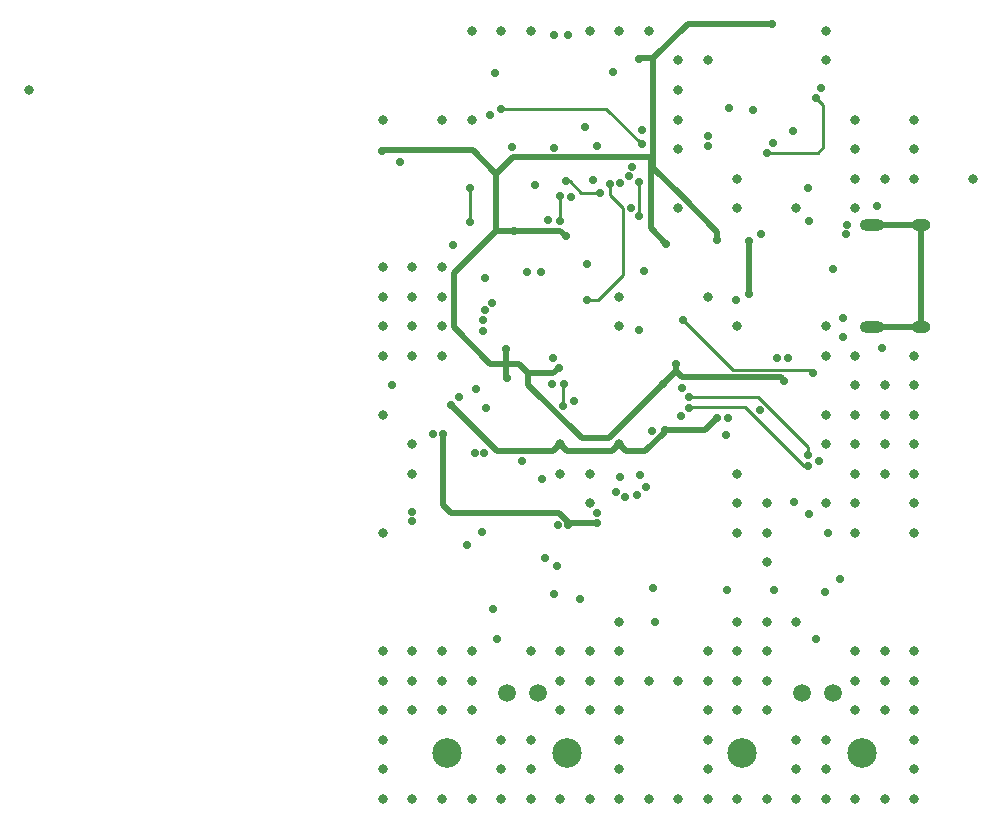
<source format=gbr>
%TF.GenerationSoftware,KiCad,Pcbnew,7.0.8*%
%TF.CreationDate,2023-11-11T20:00:54-08:00*%
%TF.ProjectId,Nemesis-MixSigPCB,4e656d65-7369-4732-9d4d-697853696750,rev?*%
%TF.SameCoordinates,Original*%
%TF.FileFunction,Copper,L4,Bot*%
%TF.FilePolarity,Positive*%
%FSLAX46Y46*%
G04 Gerber Fmt 4.6, Leading zero omitted, Abs format (unit mm)*
G04 Created by KiCad (PCBNEW 7.0.8) date 2023-11-11 20:00:54*
%MOMM*%
%LPD*%
G01*
G04 APERTURE LIST*
%TA.AperFunction,ComponentPad*%
%ADD10O,2.100000X1.000000*%
%TD*%
%TA.AperFunction,ComponentPad*%
%ADD11O,1.600000X1.000000*%
%TD*%
%TA.AperFunction,ComponentPad*%
%ADD12C,1.500000*%
%TD*%
%TA.AperFunction,ComponentPad*%
%ADD13C,2.500000*%
%TD*%
%TA.AperFunction,ViaPad*%
%ADD14C,0.800000*%
%TD*%
%TA.AperFunction,ViaPad*%
%ADD15C,0.700000*%
%TD*%
%TA.AperFunction,Conductor*%
%ADD16C,0.500000*%
%TD*%
%TA.AperFunction,Conductor*%
%ADD17C,0.293370*%
%TD*%
G04 APERTURE END LIST*
D10*
%TO.P,J200,S1,SHIELD*%
%TO.N,unconnected-(J200-SHIELD-PadS1)*%
X108870000Y-127570000D03*
D11*
X113050000Y-127570000D03*
D10*
X108870000Y-118930000D03*
D11*
X113050000Y-118930000D03*
%TD*%
D12*
%TO.P,J400,1,In*%
%TO.N,/DAC/OUT*%
X103000000Y-158560000D03*
D13*
%TO.P,J400,2,Ext*%
%TO.N,GND*%
X108080000Y-163640000D03*
D12*
X105600000Y-158560000D03*
D13*
X97920000Y-163640000D03*
%TD*%
D12*
%TO.P,J300,1,In*%
%TO.N,/ADC/IN*%
X78000000Y-158560000D03*
D13*
%TO.P,J300,2,Ext*%
%TO.N,GND*%
X83080000Y-163640000D03*
D12*
X80600000Y-158560000D03*
D13*
X72920000Y-163640000D03*
%TD*%
D14*
%TO.N,*%
X37500000Y-107500000D03*
X117500000Y-115000000D03*
D15*
%TO.N,GND*%
X89300000Y-140100000D03*
X84800000Y-122200000D03*
D14*
X97500000Y-167500000D03*
X80000000Y-167500000D03*
X72500000Y-110000000D03*
X105000000Y-102500000D03*
D15*
X82000000Y-112400000D03*
X89400000Y-110900000D03*
D14*
X80000000Y-102500000D03*
X70000000Y-130000000D03*
D15*
X76800000Y-151400000D03*
D14*
X95000000Y-125000000D03*
X67500000Y-135000000D03*
D15*
X81800000Y-132400000D03*
D14*
X87500000Y-157500000D03*
X107500000Y-137500000D03*
D15*
X109760000Y-129325000D03*
X96550000Y-136700000D03*
X105608440Y-122688934D03*
D14*
X95000000Y-162500000D03*
X92500000Y-107500000D03*
D15*
X85600000Y-143300000D03*
D14*
X112500000Y-140000000D03*
X70000000Y-167500000D03*
X67500000Y-167500000D03*
X105000000Y-167500000D03*
D15*
X90500000Y-152500000D03*
D14*
X67500000Y-157500000D03*
X112500000Y-145000000D03*
D15*
X78400000Y-112300000D03*
X87600000Y-115400000D03*
X75900000Y-144900000D03*
D14*
X110000000Y-140000000D03*
D15*
X106770000Y-118890000D03*
D14*
X97500000Y-145000000D03*
D15*
X82000000Y-102800000D03*
X104400000Y-138900000D03*
X88000000Y-142000000D03*
D14*
X105000000Y-130000000D03*
X75000000Y-110000000D03*
X105000000Y-105000000D03*
D15*
X75300000Y-138200000D03*
X81000000Y-140400000D03*
D14*
X105000000Y-142500000D03*
X105000000Y-135000000D03*
X102500000Y-165000000D03*
X77500000Y-165000000D03*
X82500000Y-155000000D03*
D15*
X89600000Y-122800000D03*
D14*
X72500000Y-130000000D03*
D15*
X104900000Y-150000000D03*
D14*
X90000000Y-102500000D03*
X85000000Y-155000000D03*
X97500000Y-155000000D03*
X97500000Y-127500000D03*
X92500000Y-157500000D03*
D15*
X81900000Y-130200000D03*
D14*
X107500000Y-142500000D03*
X102500000Y-167500000D03*
D15*
X82300000Y-144300000D03*
X80400000Y-115500000D03*
D14*
X107500000Y-110000000D03*
D15*
X98800000Y-109200000D03*
D14*
X87500000Y-102500000D03*
X102500000Y-162500000D03*
D15*
X102200000Y-111000000D03*
X82200000Y-147800000D03*
D14*
X112500000Y-167500000D03*
X110000000Y-160000000D03*
X70000000Y-125000000D03*
X97500000Y-160000000D03*
D15*
X77200000Y-154000000D03*
D14*
X97500000Y-117500000D03*
X112500000Y-157500000D03*
X112500000Y-135000000D03*
X75000000Y-167500000D03*
X95000000Y-165000000D03*
D15*
X85600000Y-112200000D03*
X76118323Y-123420286D03*
X90300000Y-136400000D03*
D14*
X67500000Y-145000000D03*
X107500000Y-167500000D03*
X77500000Y-102500000D03*
D15*
X76760000Y-125530000D03*
D14*
X112500000Y-132500000D03*
X70000000Y-137500000D03*
X82500000Y-160000000D03*
D15*
X74600000Y-146000000D03*
X92763262Y-135095588D03*
X87200000Y-141500000D03*
X80900000Y-122900000D03*
D14*
X70000000Y-127500000D03*
D15*
X100900000Y-130170000D03*
X106440000Y-126830000D03*
D14*
X110000000Y-115000000D03*
D15*
X71700000Y-136600000D03*
D14*
X110000000Y-137500000D03*
X112500000Y-137500000D03*
X77500000Y-162500000D03*
D15*
X106700000Y-119720000D03*
X75990000Y-127870000D03*
D14*
X107500000Y-155000000D03*
X105000000Y-127500000D03*
X72500000Y-167500000D03*
D15*
X85257722Y-115142278D03*
X83700000Y-133800000D03*
D14*
X105000000Y-137500000D03*
D15*
X70000000Y-143200000D03*
D14*
X75000000Y-102500000D03*
D15*
X76600000Y-109600000D03*
D14*
X70000000Y-140000000D03*
X100000000Y-155000000D03*
D15*
X68300000Y-132500000D03*
D14*
X95000000Y-160000000D03*
D15*
X95000000Y-111400497D03*
D14*
X72500000Y-122500000D03*
X75000000Y-157500000D03*
X70000000Y-157500000D03*
D15*
X82000000Y-150200000D03*
D14*
X75000000Y-155000000D03*
D15*
X84200000Y-150600000D03*
D14*
X112500000Y-130000000D03*
X87500000Y-162500000D03*
X80000000Y-162500000D03*
X100000000Y-145000000D03*
X70000000Y-155000000D03*
X107500000Y-112500000D03*
X72500000Y-127500000D03*
D15*
X96800000Y-109000000D03*
D14*
X105000000Y-165000000D03*
D15*
X84600000Y-110600000D03*
D14*
X100000000Y-142500000D03*
X110000000Y-167500000D03*
D15*
X103610000Y-118570000D03*
D14*
X67500000Y-165000000D03*
X97500000Y-142500000D03*
X100000000Y-152500000D03*
D15*
X88300000Y-114800000D03*
X92800000Y-132700000D03*
X68940000Y-113600000D03*
X81500000Y-118539555D03*
D14*
X70000000Y-122500000D03*
X85000000Y-142500000D03*
X110000000Y-132500000D03*
D15*
X89000000Y-141800000D03*
D14*
X82500000Y-140000000D03*
X95000000Y-167500000D03*
X97500000Y-115000000D03*
D15*
X102300000Y-142400000D03*
D14*
X72500000Y-125000000D03*
X107500000Y-140000000D03*
X97500000Y-152500000D03*
X102500000Y-152500000D03*
D15*
X103600000Y-143400000D03*
D14*
X105000000Y-162500000D03*
D15*
X70000000Y-144000000D03*
D14*
X87500000Y-127500000D03*
X77500000Y-167500000D03*
D15*
X73400000Y-120600000D03*
X75400000Y-132800000D03*
D14*
X67500000Y-110000000D03*
X107500000Y-157500000D03*
X72500000Y-155000000D03*
D15*
X99500000Y-119700000D03*
X79700000Y-122900000D03*
X88600000Y-114000000D03*
D14*
X112500000Y-112500000D03*
X102500000Y-117500000D03*
D15*
X76200000Y-134400000D03*
X89200000Y-127800000D03*
D14*
X107500000Y-145000000D03*
D15*
X83200000Y-102800000D03*
X105200000Y-145000000D03*
X97400000Y-125300000D03*
D14*
X107500000Y-117500000D03*
X110000000Y-135000000D03*
X87500000Y-165000000D03*
D15*
X76100000Y-138200000D03*
D14*
X100000000Y-167500000D03*
D15*
X87600000Y-140300000D03*
D14*
X112500000Y-160000000D03*
X110000000Y-157500000D03*
X95000000Y-157500000D03*
D15*
X103500000Y-115800000D03*
D14*
X107500000Y-130000000D03*
X80000000Y-155000000D03*
D15*
X96700000Y-135300000D03*
D14*
X85000000Y-157500000D03*
D15*
X81200000Y-147100000D03*
D14*
X87500000Y-167500000D03*
D15*
X87000000Y-106000000D03*
D14*
X112500000Y-115000000D03*
D15*
X83400000Y-116600000D03*
D14*
X85000000Y-102500000D03*
X107500000Y-160000000D03*
X67500000Y-162500000D03*
X112500000Y-165000000D03*
X112500000Y-110000000D03*
D15*
X109300000Y-117300000D03*
D14*
X67500000Y-160000000D03*
D15*
X77000000Y-106100000D03*
D14*
X87500000Y-160000000D03*
X95000000Y-105000000D03*
D15*
X90400000Y-149700000D03*
D14*
X67500000Y-127500000D03*
X92500000Y-110000000D03*
D15*
X106200000Y-148900000D03*
D14*
X67500000Y-122500000D03*
X92500000Y-112500000D03*
X67500000Y-155000000D03*
X100000000Y-160000000D03*
X92500000Y-167500000D03*
D15*
X88500000Y-117500000D03*
X101810000Y-130160000D03*
X73900000Y-133500000D03*
X75960000Y-127010000D03*
D14*
X87500000Y-125000000D03*
X87500000Y-155000000D03*
X112500000Y-155000000D03*
X85000000Y-167500000D03*
X67500000Y-130000000D03*
X92500000Y-117500000D03*
X85000000Y-160000000D03*
X90000000Y-157500000D03*
X110000000Y-155000000D03*
D15*
X89800000Y-141100000D03*
D14*
X80000000Y-165000000D03*
X97500000Y-157500000D03*
D15*
X95000000Y-112200000D03*
D14*
X100000000Y-157500000D03*
X75000000Y-160000000D03*
D15*
X79300000Y-138900000D03*
D14*
X107500000Y-132500000D03*
D15*
X100500000Y-112000000D03*
D14*
X112500000Y-162500000D03*
X70000000Y-160000000D03*
D15*
X104600000Y-107300000D03*
D14*
X112500000Y-142500000D03*
D15*
X96600000Y-149793116D03*
D14*
X87500000Y-152500000D03*
X97500000Y-140000000D03*
D15*
X100600000Y-149800000D03*
D14*
X82500000Y-157500000D03*
X100000000Y-147500000D03*
D15*
X99400000Y-134600000D03*
D14*
X95000000Y-155000000D03*
X92500000Y-105000000D03*
X107500000Y-115000000D03*
D15*
X76160000Y-126150000D03*
D14*
X72500000Y-157500000D03*
X90000000Y-167500000D03*
X107500000Y-135000000D03*
X82500000Y-167500000D03*
X85000000Y-140000000D03*
D15*
X104200000Y-154000000D03*
D14*
X72500000Y-160000000D03*
X67500000Y-125000000D03*
D15*
X106490000Y-128440000D03*
%TO.N,+5V*%
X73300000Y-134200000D03*
X98500000Y-124800000D03*
X91400000Y-136300000D03*
D14*
X82500000Y-137500000D03*
X87500000Y-137500000D03*
D15*
X95800000Y-135300000D03*
X98500000Y-120300000D03*
%TO.N,+3.3VA*%
X85600000Y-144200000D03*
X72600000Y-136600000D03*
X83200000Y-144300000D03*
%TO.N,+3V3*%
X78000000Y-131900000D03*
X82400000Y-131000000D03*
X100000000Y-112800000D03*
X101500000Y-132100000D03*
X100400000Y-101900000D03*
X78600000Y-119400000D03*
X104200000Y-108200000D03*
X77900000Y-129400000D03*
X95800000Y-120200000D03*
X91500000Y-120500000D03*
X92300000Y-130700000D03*
X91250000Y-132350000D03*
X67400000Y-112700000D03*
X89200000Y-104900000D03*
X83000000Y-119900000D03*
%TO.N,/MCU/NRST*%
X84800000Y-125250338D03*
X86700000Y-115488360D03*
%TO.N,/MCU/BOOT0*%
X82500000Y-116500000D03*
X82500000Y-118600000D03*
%TO.N,SPI1_NSS*%
X82780000Y-134290000D03*
X82800000Y-132400000D03*
%TO.N,/MCU/TIM4_CH3*%
X74900000Y-115800000D03*
X74900000Y-118700000D03*
%TO.N,/MCU/SWDIO*%
X85915455Y-116184545D03*
X82980899Y-115219101D03*
%TO.N,/MCU/SWCLK*%
X89400000Y-112100000D03*
X77500000Y-109100000D03*
X89200000Y-118200000D03*
X89200000Y-115300000D03*
%TO.N,SPI2_SCK*%
X92900000Y-127000000D03*
X103900000Y-131500000D03*
%TO.N,DAC_NCLR*%
X93397025Y-134399403D03*
X103500000Y-139300000D03*
%TO.N,DAC_NLDAC*%
X103500000Y-138400000D03*
X93410445Y-133500000D03*
%TD*%
D16*
%TO.N,+5V*%
X91400000Y-136431371D02*
X91400000Y-136300000D01*
X77200000Y-138100000D02*
X81900000Y-138100000D01*
X95800000Y-135300000D02*
X94800000Y-136300000D01*
X98500000Y-124800000D02*
X98500000Y-120300000D01*
X83100000Y-138100000D02*
X86900000Y-138100000D01*
X82500000Y-137500000D02*
X83100000Y-138100000D01*
X86900000Y-138100000D02*
X87500000Y-137500000D01*
X87500000Y-137500000D02*
X88100000Y-138100000D01*
X89731371Y-138100000D02*
X91400000Y-136431371D01*
X94800000Y-136300000D02*
X91400000Y-136300000D01*
X88100000Y-138100000D02*
X89731371Y-138100000D01*
X81900000Y-138100000D02*
X82500000Y-137500000D01*
X73300000Y-134200000D02*
X77200000Y-138100000D01*
%TO.N,+3.3VA*%
X85600000Y-144200000D02*
X83300000Y-144200000D01*
X83300000Y-144200000D02*
X83200000Y-144300000D01*
X73300000Y-143300000D02*
X72600000Y-142600000D01*
X83200000Y-144300000D02*
X83200000Y-144068629D01*
X72600000Y-142600000D02*
X72600000Y-136600000D01*
X83200000Y-144068629D02*
X82431371Y-143300000D01*
X82431371Y-143300000D02*
X73300000Y-143300000D01*
%TO.N,+3V3*%
X79800000Y-131500000D02*
X81900000Y-131500000D01*
X91250000Y-132350000D02*
X92300000Y-131300000D01*
X76600000Y-130700000D02*
X77900000Y-130700000D01*
X79800000Y-132441371D02*
X84358629Y-137000000D01*
X75100000Y-112600000D02*
X74900000Y-112600000D01*
X77900000Y-131800000D02*
X78000000Y-131900000D01*
X90200000Y-113200000D02*
X78500000Y-113200000D01*
X77900000Y-130700000D02*
X77900000Y-129400000D01*
X89300000Y-104800000D02*
X89200000Y-104900000D01*
D17*
X104300000Y-112800000D02*
X104800000Y-112300000D01*
X104800000Y-108800000D02*
X104200000Y-108200000D01*
D16*
X101196685Y-131796685D02*
X101500000Y-132100000D01*
X79000000Y-130700000D02*
X79800000Y-131500000D01*
X86600000Y-137000000D02*
X91250000Y-132350000D01*
X78500000Y-113200000D02*
X77100000Y-114600000D01*
X77100000Y-119400000D02*
X73500000Y-123000000D01*
X67500000Y-112600000D02*
X67400000Y-112700000D01*
X73500000Y-127600000D02*
X76600000Y-130700000D01*
X79800000Y-131500000D02*
X79800000Y-132441371D01*
X93300000Y-101900000D02*
X90400000Y-104800000D01*
X90400000Y-104800000D02*
X90400000Y-113000000D01*
D17*
X100000000Y-112800000D02*
X104300000Y-112800000D01*
D16*
X92796685Y-131796685D02*
X101196685Y-131796685D01*
X81900000Y-131500000D02*
X82400000Y-131000000D01*
X92300000Y-131300000D02*
X92300000Y-130700000D01*
X95800000Y-119500000D02*
X95800000Y-120200000D01*
X77100000Y-114600000D02*
X75100000Y-112600000D01*
X82500000Y-119400000D02*
X83000000Y-119900000D01*
X90400000Y-113000000D02*
X90200000Y-113200000D01*
X77100000Y-119400000D02*
X82500000Y-119400000D01*
X90400000Y-113000000D02*
X90400000Y-114100000D01*
X92300000Y-131300000D02*
X92796685Y-131796685D01*
X90400000Y-104800000D02*
X89300000Y-104800000D01*
X84358629Y-137000000D02*
X86600000Y-137000000D01*
X90200000Y-119200000D02*
X91500000Y-120500000D01*
D17*
X104800000Y-112300000D02*
X104800000Y-108800000D01*
D16*
X90200000Y-113200000D02*
X90200000Y-119200000D01*
X77900000Y-130700000D02*
X79000000Y-130700000D01*
X77900000Y-130700000D02*
X77900000Y-131800000D01*
X77100000Y-119400000D02*
X78600000Y-119400000D01*
X100400000Y-101900000D02*
X93300000Y-101900000D01*
X77100000Y-114600000D02*
X77100000Y-119400000D01*
X90400000Y-114100000D02*
X92700000Y-116400000D01*
X74900000Y-112600000D02*
X67500000Y-112600000D01*
X73500000Y-123000000D02*
X73500000Y-127600000D01*
X92700000Y-116400000D02*
X95800000Y-119500000D01*
D17*
%TO.N,/MCU/NRST*%
X87800000Y-123200000D02*
X87800000Y-117485262D01*
X85749662Y-125250338D02*
X87800000Y-123200000D01*
X84800000Y-125250338D02*
X85749662Y-125250338D01*
X87800000Y-117485262D02*
X86700000Y-116385262D01*
X86700000Y-116385262D02*
X86700000Y-115488360D01*
D16*
%TO.N,unconnected-(J200-SHIELD-PadS1)*%
X113050000Y-127570000D02*
X113050000Y-118930000D01*
X108870000Y-118930000D02*
X113050000Y-118930000D01*
X108870000Y-127570000D02*
X113050000Y-127570000D01*
D17*
%TO.N,/MCU/BOOT0*%
X82500000Y-116500000D02*
X82500000Y-118600000D01*
%TO.N,SPI1_NSS*%
X82780000Y-134290000D02*
X82780000Y-132420000D01*
X82780000Y-132420000D02*
X82800000Y-132400000D01*
%TO.N,/MCU/TIM4_CH3*%
X74900000Y-118700000D02*
X74900000Y-115800000D01*
%TO.N,/MCU/SWDIO*%
X84284545Y-116184545D02*
X83319101Y-115219101D01*
X85915455Y-116184545D02*
X84284545Y-116184545D01*
X83319101Y-115219101D02*
X82980899Y-115219101D01*
%TO.N,/MCU/SWCLK*%
X86400000Y-109100000D02*
X89400000Y-112100000D01*
X89200000Y-115300000D02*
X89200000Y-118200000D01*
X77500000Y-109100000D02*
X86400000Y-109100000D01*
%TO.N,SPI2_SCK*%
X97100000Y-131200000D02*
X103600000Y-131200000D01*
X92900000Y-127000000D02*
X97100000Y-131200000D01*
X103600000Y-131200000D02*
X103900000Y-131500000D01*
%TO.N,DAC_NCLR*%
X98126161Y-134311423D02*
X103114738Y-139300000D01*
X93397025Y-134399403D02*
X93485005Y-134311423D01*
X103114738Y-139300000D02*
X103500000Y-139300000D01*
X93485005Y-134311423D02*
X98126161Y-134311423D01*
%TO.N,DAC_NLDAC*%
X93410445Y-133500000D02*
X99285262Y-133500000D01*
X103500000Y-137714738D02*
X103500000Y-138400000D01*
X99285262Y-133500000D02*
X103500000Y-137714738D01*
%TD*%
M02*

</source>
